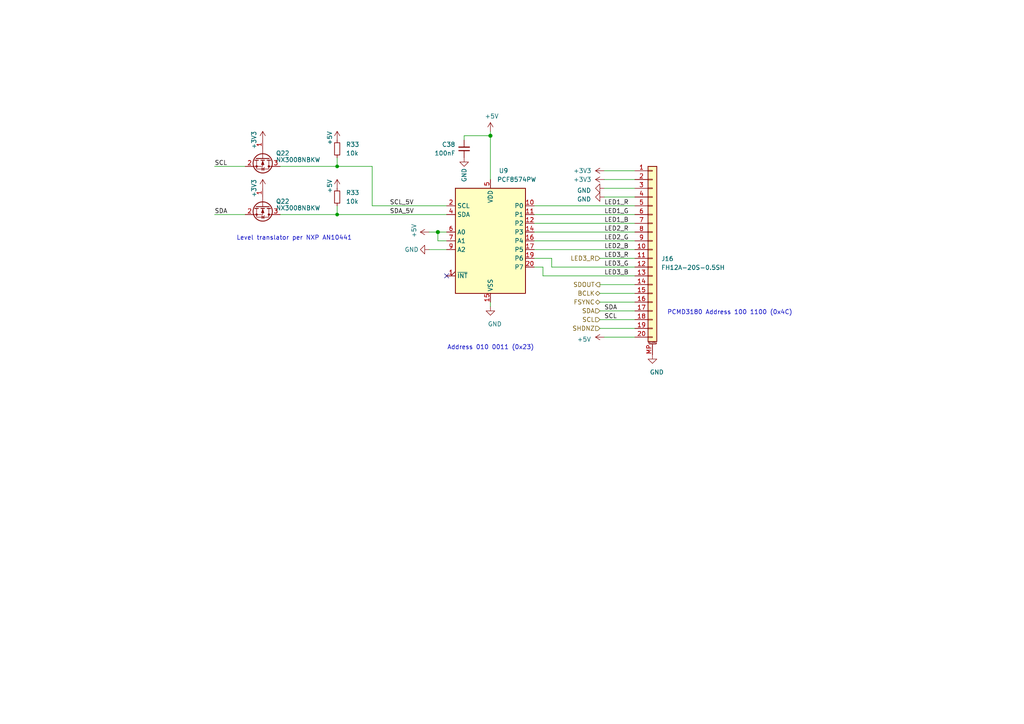
<source format=kicad_sch>
(kicad_sch (version 20230819) (generator eeschema)
  (paper "A4")
  (lib_symbols
    (symbol "Connector_Generic_MountingPin:Conn_01x20_MountingPin" (pin_names (offset 1.016) hide)
      (property "Reference" "J" (at 0 25.4 0))
      (property "Value" "Conn_01x20_MountingPin" (at 1.27 -27.94 0))
      (symbol "Conn_01x20_MountingPin_1_1"
        (rectangle (start -1.27 -25.273) (end 0 -25.527) (stroke (width 0.1524)))
        (rectangle (start -1.27 -22.733) (end 0 -22.987) (stroke (width 0.1524)))
        (rectangle (start -1.27 -20.193) (end 0 -20.447) (stroke (width 0.1524)))
        (rectangle (start -1.27 -17.653) (end 0 -17.907) (stroke (width 0.1524)))
        (rectangle (start -1.27 -15.113) (end 0 -15.367) (stroke (width 0.1524)))
        (rectangle (start -1.27 -12.573) (end 0 -12.827) (stroke (width 0.1524)))
        (rectangle (start -1.27 -10.033) (end 0 -10.287) (stroke (width 0.1524)))
        (rectangle (start -1.27 -7.493) (end 0 -7.747) (stroke (width 0.1524)))
        (rectangle (start -1.27 -4.953) (end 0 -5.207) (stroke (width 0.1524)))
        (rectangle (start -1.27 -2.413) (end 0 -2.667) (stroke (width 0.1524)))
        (rectangle (start -1.27 0.127) (end 0 -0.127) (stroke (width 0.1524)))
        (rectangle (start -1.27 2.667) (end 0 2.413) (stroke (width 0.1524)))
        (rectangle (start -1.27 5.207) (end 0 4.953) (stroke (width 0.1524)))
        (rectangle (start -1.27 7.747) (end 0 7.493) (stroke (width 0.1524)))
        (rectangle (start -1.27 10.287) (end 0 10.033) (stroke (width 0.1524)))
        (rectangle (start -1.27 12.827) (end 0 12.573) (stroke (width 0.1524)))
        (rectangle (start -1.27 15.367) (end 0 15.113) (stroke (width 0.1524)))
        (rectangle (start -1.27 17.907) (end 0 17.653) (stroke (width 0.1524)))
        (rectangle (start -1.27 20.447) (end 0 20.193) (stroke (width 0.1524)))
        (rectangle (start -1.27 22.987) (end 0 22.733) (stroke (width 0.1524)))
        (rectangle (start -1.27 24.13) (end 1.27 -26.67) (stroke (width 0.254)) (fill (type background)))
        (polyline (pts (xy -1.016 -27.432) (xy 1.016 -27.432)) (stroke (width 0.1524)))
        (text "Mounting" (at 0 -27.051 0) (effects (font (size 0.381 0.381))))
        (pin passive line (at -5.08 22.86 0) (length 3.81) (name "Pin_1") (number "1"))
        (pin passive line (at -5.08 0 0) (length 3.81) (name "Pin_10") (number "10"))
        (pin passive line (at -5.08 -2.54 0) (length 3.81) (name "Pin_11") (number "11"))
        (pin passive line (at -5.08 -5.08 0) (length 3.81) (name "Pin_12") (number "12"))
        (pin passive line (at -5.08 -7.62 0) (length 3.81) (name "Pin_13") (number "13"))
        (pin passive line (at -5.08 -10.16 0) (length 3.81) (name "Pin_14") (number "14"))
        (pin passive line (at -5.08 -12.7 0) (length 3.81) (name "Pin_15") (number "15"))
        (pin passive line (at -5.08 -15.24 0) (length 3.81) (name "Pin_16") (number "16"))
        (pin passive line (at -5.08 -17.78 0) (length 3.81) (name "Pin_17") (number "17"))
        (pin passive line (at -5.08 -20.32 0) (length 3.81) (name "Pin_18") (number "18"))
        (pin passive line (at -5.08 -22.86 0) (length 3.81) (name "Pin_19") (number "19"))
        (pin passive line (at -5.08 20.32 0) (length 3.81) (name "Pin_2") (number "2"))
        (pin passive line (at -5.08 -25.4 0) (length 3.81) (name "Pin_20") (number "20"))
        (pin passive line (at -5.08 17.78 0) (length 3.81) (name "Pin_3") (number "3"))
        (pin passive line (at -5.08 15.24 0) (length 3.81) (name "Pin_4") (number "4"))
        (pin passive line (at -5.08 12.7 0) (length 3.81) (name "Pin_5") (number "5"))
        (pin passive line (at -5.08 10.16 0) (length 3.81) (name "Pin_6") (number "6"))
        (pin passive line (at -5.08 7.62 0) (length 3.81) (name "Pin_7") (number "7"))
        (pin passive line (at -5.08 5.08 0) (length 3.81) (name "Pin_8") (number "8"))
        (pin passive line (at -5.08 2.54 0) (length 3.81) (name "Pin_9") (number "9"))
        (pin passive line (at 0 -30.48 90) (length 3.048) (name "MountPin") (number "MP"))
      )
    )
    (symbol "Device:C_Small" (pin_numbers hide) (pin_names (offset 0.254) hide)
      (property "Reference" "C" (at 0.254 1.778 0))
      (property "Value" "C_Small" (at 0.254 -2.032 0))
      (symbol "C_Small_0_1"
        (polyline (pts (xy -1.524 -0.508) (xy 1.524 -0.508)) (stroke (width 0.3302)))
        (polyline (pts (xy -1.524 0.508) (xy 1.524 0.508)) (stroke (width 0.3048)))
      )
      (symbol "C_Small_1_1"
        (pin passive line (at 0 2.54 270) (length 2.032) (name "~") (number "1"))
        (pin passive line (at 0 -2.54 90) (length 2.032) (name "~") (number "2"))
      )
    )
    (symbol "Device:Q_NMOS_GSD" (pin_names (offset 0) hide)
      (property "Reference" "Q" (at 5.08 1.27 0))
      (property "Value" "Q_NMOS_GSD" (at 5.08 -1.27 0))
      (symbol "Q_NMOS_GSD_0_1"
        (polyline (pts (xy 0.254 0) (xy -2.54 0)))
        (polyline (pts (xy 0.254 1.905) (xy 0.254 -1.905)) (stroke (width 0.254)))
        (polyline (pts (xy 0.762 -1.27) (xy 0.762 -2.286)) (stroke (width 0.254)))
        (polyline (pts (xy 0.762 0.508) (xy 0.762 -0.508)) (stroke (width 0.254)))
        (polyline (pts (xy 0.762 2.286) (xy 0.762 1.27)) (stroke (width 0.254)))
        (polyline (pts (xy 2.54 2.54) (xy 2.54 1.778)))
        (polyline (pts (xy 2.54 -2.54) (xy 2.54 0) (xy 0.762 0)))
        (polyline (pts (xy 0.762 -1.778) (xy 3.302 -1.778) (xy 3.302 1.778) (xy 0.762 1.778)))
        (polyline (pts (xy 1.016 0) (xy 2.032 0.381) (xy 2.032 -0.381) (xy 1.016 0)) (fill (type outline)))
        (polyline (pts (xy 2.794 0.508) (xy 2.921 0.381) (xy 3.683 0.381) (xy 3.81 0.254)))
        (polyline (pts (xy 3.302 0.381) (xy 2.921 -0.254) (xy 3.683 -0.254) (xy 3.302 0.381)))
        (circle (center 1.651 0) (radius 2.794) (stroke (width 0.254)))
        (circle (center 2.54 -1.778) (radius 0.254) (fill (type outline)))
        (circle (center 2.54 1.778) (radius 0.254) (fill (type outline)))
      )
      (symbol "Q_NMOS_GSD_1_1"
        (pin input line (at -5.08 0 0) (length 2.54) (name "G") (number "1"))
        (pin passive line (at 2.54 -5.08 90) (length 2.54) (name "S") (number "2"))
        (pin passive line (at 2.54 5.08 270) (length 2.54) (name "D") (number "3"))
      )
    )
    (symbol "Device:R_Small" (pin_numbers hide) (pin_names (offset 0.254) hide)
      (property "Reference" "R" (at 0.762 0.508 0))
      (property "Value" "R_Small" (at 0.762 -1.016 0))
      (symbol "R_Small_0_1"
        (rectangle (start -0.762 1.778) (end 0.762 -1.778) (stroke (width 0.2032)))
      )
      (symbol "R_Small_1_1"
        (pin passive line (at 0 2.54 270) (length 0.762) (name "~") (number "1"))
        (pin passive line (at 0 -2.54 90) (length 0.762) (name "~") (number "2"))
      )
    )
    (symbol "Interface_Expansion:PCF8574TS"
      (property "Reference" "U" (at -8.89 16.51 0))
      (property "Value" "PCF8574TS" (at 3.81 16.51 0))
      (symbol "PCF8574TS_0_1"
        (rectangle (start -10.16 15.24) (end 10.16 -15.24) (stroke (width 0.254)) (fill (type background)))
      )
      (symbol "PCF8574TS_1_1"
        (pin open_collector output_low (at -12.7 -10.16 0) (length 2.54) (name "~{INT}") (number "1"))
        (pin bidirectional line (at 12.7 10.16 180) (length 2.54) (name "P0") (number "10"))
        (pin bidirectional line (at 12.7 7.62 180) (length 2.54) (name "P1") (number "11"))
        (pin bidirectional line (at 12.7 5.08 180) (length 2.54) (name "P2") (number "12"))
        (pin no_connect line (at -10.16 -5.08 0) (length 2.54) hide (name "NC") (number "13"))
        (pin bidirectional line (at 12.7 2.54 180) (length 2.54) (name "P3") (number "14"))
        (pin power_in line (at 0 -17.78 90) (length 2.54) (name "VSS") (number "15"))
        (pin bidirectional line (at 12.7 0 180) (length 2.54) (name "P4") (number "16"))
        (pin bidirectional line (at 12.7 -2.54 180) (length 2.54) (name "P5") (number "17"))
        (pin no_connect line (at -10.16 -7.62 0) (length 2.54) hide (name "NC") (number "18"))
        (pin bidirectional line (at 12.7 -5.08 180) (length 2.54) (name "P6") (number "19"))
        (pin input line (at -12.7 10.16 0) (length 2.54) (name "SCL") (number "2"))
        (pin bidirectional line (at 12.7 -7.62 180) (length 2.54) (name "P7") (number "20"))
        (pin no_connect line (at 10.16 -10.16 180) (length 2.54) hide (name "NC") (number "3"))
        (pin bidirectional line (at -12.7 7.62 0) (length 2.54) (name "SDA") (number "4"))
        (pin power_in line (at 0 17.78 270) (length 2.54) (name "VDD") (number "5"))
        (pin input line (at -12.7 2.54 0) (length 2.54) (name "A0") (number "6"))
        (pin input line (at -12.7 0 0) (length 2.54) (name "A1") (number "7"))
        (pin no_connect line (at 10.16 -12.7 180) (length 2.54) hide (name "NC") (number "8"))
        (pin input line (at -12.7 -2.54 0) (length 2.54) (name "A2") (number "9"))
      )
    )
    (symbol "power:+3V3" (power) (pin_names (offset 0))
      (property "Value" "+3V3" (at 0 3.556 0))
      (symbol "+3V3_0_1"
        (polyline (pts (xy -0.762 1.27) (xy 0 2.54)))
        (polyline (pts (xy 0 0) (xy 0 2.54)))
        (polyline (pts (xy 0 2.54) (xy 0.762 1.27)))
      )
      (symbol "+3V3_1_1"
        (pin power_in line (at 0 0 90) (length 0) hide (name "+3V3") (number "1"))
      )
    )
    (symbol "power:+5V" (power) (pin_names (offset 0))
      (property "Value" "+5V" (at 0 3.556 0))
      (symbol "+5V_0_1"
        (polyline (pts (xy -0.762 1.27) (xy 0 2.54)))
        (polyline (pts (xy 0 0) (xy 0 2.54)))
        (polyline (pts (xy 0 2.54) (xy 0.762 1.27)))
      )
      (symbol "+5V_1_1"
        (pin power_in line (at 0 0 90) (length 0) hide (name "+5V") (number "1"))
      )
    )
    (symbol "power:GND" (power) (pin_names (offset 0))
      (property "Value" "GND" (at 0 -3.81 0))
      (symbol "GND_0_1"
        (polyline (pts (xy 0 0) (xy 0 -1.27) (xy 1.27 -1.27) (xy 0 -2.54) (xy -1.27 -1.27) (xy 0 -1.27)))
      )
      (symbol "GND_1_1"
        (pin power_in line (at 0 0 270) (length 0) hide (name "GND") (number "1"))
      )
    )
  )
  (junction (at 97.79 48.26))
  (junction (at 97.79 62.23))
  (junction (at 127 67.31) (diameter 1.016))
  (junction (at 142.24 39.37) (diameter 1.016))
  (no_connect (at 129.54 80.01))
  (wire (pts (xy 62.23 62.23) (xy 71.12 62.23)))
  (wire (pts (xy 173.99 82.55) (xy 184.15 82.55)))
  (wire (pts (xy 142.24 38.1) (xy 142.24 39.37)))
  (wire (pts (xy 142.24 39.37) (xy 142.24 52.07)))
  (wire (pts (xy 173.99 74.93) (xy 184.15 74.93)))
  (wire (pts (xy 134.62 39.37) (xy 142.24 39.37)))
  (wire (pts (xy 134.62 40.64) (xy 134.62 39.37)))
  (wire (pts (xy 97.79 62.23) (xy 129.54 62.23)))
  (wire (pts (xy 154.94 72.39) (xy 184.15 72.39)))
  (wire (pts (xy 175.26 57.15) (xy 184.15 57.15)))
  (wire (pts (xy 154.94 62.23) (xy 184.15 62.23)))
  (wire (pts (xy 142.24 87.63) (xy 142.24 88.9)))
  (wire (pts (xy 154.94 74.93) (xy 160.02 74.93)))
  (wire (pts (xy 160.02 77.47) (xy 160.02 74.93)))
  (wire (pts (xy 97.79 48.26) (xy 107.95 48.26)))
  (wire (pts (xy 175.26 52.07) (xy 184.15 52.07)))
  (wire (pts (xy 124.46 72.39) (xy 129.54 72.39)))
  (wire (pts (xy 154.94 59.69) (xy 184.15 59.69)))
  (wire (pts (xy 154.94 67.31) (xy 184.15 67.31)))
  (wire (pts (xy 154.94 64.77) (xy 184.15 64.77)))
  (wire (pts (xy 81.28 62.23) (xy 97.79 62.23)))
  (wire (pts (xy 107.95 59.69) (xy 129.54 59.69)))
  (wire (pts (xy 97.79 62.23) (xy 97.79 59.69)))
  (wire (pts (xy 160.02 77.47) (xy 184.15 77.47)))
  (wire (pts (xy 124.46 67.31) (xy 127 67.31)))
  (wire (pts (xy 173.99 87.63) (xy 184.15 87.63)))
  (wire (pts (xy 173.99 95.25) (xy 184.15 95.25)))
  (wire (pts (xy 175.26 49.53) (xy 184.15 49.53)))
  (wire (pts (xy 97.79 48.26) (xy 97.79 45.72)))
  (wire (pts (xy 175.26 97.79) (xy 184.15 97.79)))
  (wire (pts (xy 62.23 48.26) (xy 71.12 48.26)))
  (wire (pts (xy 81.28 48.26) (xy 97.79 48.26)))
  (wire (pts (xy 154.94 77.47) (xy 157.48 77.47)))
  (wire (pts (xy 157.48 80.01) (xy 157.48 77.47)))
  (wire (pts (xy 154.94 69.85) (xy 184.15 69.85)))
  (wire (pts (xy 157.48 80.01) (xy 184.15 80.01)))
  (wire (pts (xy 173.99 85.09) (xy 184.15 85.09)))
  (wire (pts (xy 173.99 90.17) (xy 184.15 90.17)))
  (wire (pts (xy 173.99 92.71) (xy 184.15 92.71)))
  (wire (pts (xy 107.95 48.26) (xy 107.95 59.69)))
  (wire (pts (xy 127 67.31) (xy 127 69.85)))
  (wire (pts (xy 127 69.85) (xy 129.54 69.85)))
  (wire (pts (xy 129.54 67.31) (xy 127 67.31)))
  (wire (pts (xy 175.26 54.61) (xy 184.15 54.61)))
  (text "Level translator per NXP AN10441" (at 68.58 69.85 0) (effects (font (size 1.27 1.27)) (justify left bottom)))
  (text "PCMD3180 Address 100 1100 (0x4C)" (at 229.87 91.44 0) (effects (font (size 1.27 1.27)) (justify right bottom)))
  (text "Address 010 0011 (0x23)" (at 154.94 101.6 0) (effects (font (size 1.27 1.27)) (justify right bottom)))
  (label "LED3_B" (at 175.26 80.01 0))
  (label "LED2_G" (at 175.26 69.85 0))
  (label "SCL_5V" (at 113.03 59.69 0))
  (label "SDA" (at 175.26 90.17 0))
  (label "LED1_B" (at 175.26 64.77 0))
  (label "LED2_R" (at 175.26 67.31 0))
  (label "LED2_B" (at 175.26 72.39 0))
  (label "SDA_5V" (at 113.03 62.23 0))
  (label "LED3_G" (at 175.26 77.47 0))
  (label "SDA" (at 62.23 62.23 0))
  (label "LED1_G" (at 175.26 62.23 0))
  (label "SCL" (at 62.23 48.26 0))
  (label "LED3_R" (at 175.26 74.93 0))
  (label "LED1_R" (at 175.26 59.69 0))
  (label "SCL" (at 175.26 92.71 0))
  (hierarchical_label "BCLK" (shape bidirectional) (at 173.99 85.09 180))
  (hierarchical_label "SDOUT" (shape output) (at 173.99 82.55 180))
  (hierarchical_label "LED3_R" (shape input) (at 173.99 74.93 180))
  (hierarchical_label "SHDNZ" (shape input) (at 173.99 95.25 180))
  (hierarchical_label "SDA" (shape input) (at 173.99 90.17 180))
  (hierarchical_label "SCL" (shape input) (at 173.99 92.71 180))
  (hierarchical_label "FSYNC" (shape bidirectional) (at 173.99 87.63 180))
  (symbol (lib_id "Interface_Expansion:PCF8574TS") (at 142.24 69.85 0) (unit 1)
    (property "Reference" "U9" (at 146.05 49.53 0))
    (property "Value" "PCF8574PW" (at 149.86 52.07 0))
    (property "Footprint" "Package_SO:SSOP-20_4.4x6.5mm_P0.65mm" (effects hide))
    (property "Datasheet" "http://www.nxp.com/documents/data_sheet/PCF8574_PCF8574A.pdf" (effects hide))
    (property "Digikey" "TI" (effects hide))
    (property "MPN" "PCF8574PW " (effects hide))
    (property "Mouser" "595-PCF8574PWG4" (effects hide))
    (property "Manufacturer" "TI" (effects hide))
  )
  (symbol (lib_id "power:+5V") (at 97.79 40.64 0) (unit 1)
    (property "Reference" "#PWR0249" (effects hide))
    (property "Value" "+5V" (at 95.631 40.0558 90))
    (instances (project "bugg-main-r5" (path "" (reference "#PWR0249") (unit 1)) (path "" (reference "#PWR0188") (unit 1))))
  )
  (symbol (lib_id "power:+5V") (at 142.24 38.1 0) (unit 1)
    (property "Reference" "#PWR0249" (effects hide))
    (property "Value" "+5V" (at 142.621 33.7058 0))
    (instances (project "bugg-main-r5" (path "" (reference "#PWR0249") (unit 1)) (path "" (reference "#PWR0193") (unit 1))))
  )
  (symbol (lib_id "power:GND") (at 175.26 57.15 270) (unit 1)
    (property "Reference" "#PWR0198" (effects hide))
    (property "Value" "GND" (at 171.45 57.7849 90) (effects (justify right)))
  )
  (symbol (lib_id "power:+3V3") (at 175.26 49.53 90) (unit 1)
    (property "Reference" "#PWR0195" (effects hide))
    (property "Value" "+3V3" (at 168.91 49.53 90))
  )
  (symbol (lib_id "Device:R_Small") (at 97.79 57.15 0) (unit 1)
    (property "Reference" "R33" (at 100.33 55.88 0) (effects (justify left)))
    (property "Value" "10k" (at 100.33 58.42 0) (effects (justify left)))
    (property "Footprint" "Resistor_SMD:R_0402_1005Metric" (effects hide))
    (instances (project "bugg-main-r5" (path "" (reference "R33") (unit 1)) (path "" (reference "R114") (unit 1))))
  )
  (symbol (lib_id "power:GND") (at 134.62 45.72 0) (unit 1)
    (property "Reference" "#PWR0192" (effects hide))
    (property "Value" "GND" (at 134.62 50.8 90))
  )
  (symbol (lib_id "power:+5V") (at 124.46 67.31 90) (unit 1)
    (property "Reference" "#PWR0249" (effects hide))
    (property "Value" "+5V" (at 120.0658 66.929 0))
    (instances (project "bugg-main-r5" (path "" (reference "#PWR0249") (unit 1)) (path "" (reference "#PWR0190") (unit 1))))
  )
  (symbol (lib_id "Device:Q_NMOS_GSD") (at 76.2 59.69 270) (unit 1)
    (property "Reference" "Q22" (at 80.01 58.42 90) (effects (justify left)))
    (property "Value" "NX3008NBKW" (at 80.01 60.325 90) (effects (justify left)))
    (property "Footprint" "Package_TO_SOT_SMD:SOT-323_SC-70" (effects hide))
    (property "Digikey" "1727-1280-6-ND" (effects hide))
    (property "MPN" "NX3008NBKW" (effects hide))
    (property "Mouser" "771-NX3008NBKW,115" (effects hide))
    (property "Manufacturer" "Nexperia" (effects hide))
    (instances (project "bugg-main-r5" (path "" (reference "Q22") (unit 1)) (path "" (reference "Q28") (unit 1))))
  )
  (symbol (lib_id "Device:R_Small") (at 97.79 43.18 0) (unit 1)
    (property "Reference" "R33" (at 100.33 41.91 0) (effects (justify left)))
    (property "Value" "10k" (at 100.33 44.45 0) (effects (justify left)))
    (property "Footprint" "Resistor_SMD:R_0402_1005Metric" (effects hide))
    (instances (project "bugg-main-r5" (path "" (reference "R33") (unit 1)) (path "" (reference "R113") (unit 1))))
  )
  (symbol (lib_id "power:+5V") (at 175.26 97.79 90) (unit 1)
    (property "Reference" "#PWR0199" (effects hide))
    (property "Value" "+5V" (at 171.45 98.4249 90) (effects (justify left)))
  )
  (symbol (lib_id "power:+3V3") (at 76.2 40.64 0) (unit 1)
    (property "Reference" "#PWR0210" (effects hide))
    (property "Value" "+3V3" (at 73.66 40.64 90))
    (instances (project "bugg-main-r5" (path "" (reference "#PWR0210") (unit 1)) (path "" (reference "#PWR0186") (unit 1))))
  )
  (symbol (lib_id "Device:C_Small") (at 134.62 43.18 0) (mirror x) (unit 1)
    (property "Reference" "C38" (at 132.08 41.91 0) (effects (justify right)))
    (property "Value" "100nF" (at 132.08 44.45 0) (effects (justify right)))
    (property "Footprint" "Capacitor_SMD:C_0402_1005Metric" (effects hide))
    (property "MPN" "GRM155R71H104KE14D " (effects hide))
    (property "Mouser" "81-GRM155R71H104KE4D " (effects hide))
    (property "Manufacturer" "Murata" (effects hide))
    (property "Voltage" "50V" (effects hide))
  )
  (symbol (lib_id "power:GND") (at 142.24 88.9 0) (unit 1)
    (property "Reference" "#PWR0194" (effects hide))
    (property "Value" "GND" (at 143.51 93.98 0))
  )
  (symbol (lib_id "power:+5V") (at 97.79 54.61 0) (unit 1)
    (property "Reference" "#PWR0249" (effects hide))
    (property "Value" "+5V" (at 95.631 54.0258 90))
    (instances (project "bugg-main-r5" (path "" (reference "#PWR0249") (unit 1)) (path "" (reference "#PWR0189") (unit 1))))
  )
  (symbol (lib_id "power:+3V3") (at 175.26 52.07 90) (unit 1)
    (property "Reference" "#PWR0196" (effects hide))
    (property "Value" "+3V3" (at 168.91 52.07 90))
  )
  (symbol (lib_id "power:GND") (at 124.46 72.39 270) (unit 1)
    (property "Reference" "#PWR0191" (effects hide))
    (property "Value" "GND" (at 119.38 72.39 90))
  )
  (symbol (lib_id "power:+3V3") (at 76.2 54.61 0) (unit 1)
    (property "Reference" "#PWR0210" (effects hide))
    (property "Value" "+3V3" (at 73.66 54.61 90))
    (instances (project "bugg-main-r5" (path "" (reference "#PWR0210") (unit 1)) (path "" (reference "#PWR0187") (unit 1))))
  )
  (symbol (lib_id "power:GND") (at 175.26 54.61 270) (unit 1)
    (property "Reference" "#PWR0197" (effects hide))
    (property "Value" "GND" (at 171.45 55.2449 90) (effects (justify right)))
  )
  (symbol (lib_id "power:GND") (at 189.23 102.87 0) (unit 1)
    (property "Reference" "#PWR0200" (effects hide))
    (property "Value" "GND" (at 190.5 107.95 0))
  )
  (symbol (lib_id "Device:Q_NMOS_GSD") (at 76.2 45.72 270) (unit 1)
    (property "Reference" "Q22" (at 80.01 44.45 90) (effects (justify left)))
    (property "Value" "NX3008NBKW" (at 80.01 46.355 90) (effects (justify left)))
    (property "Footprint" "Package_TO_SOT_SMD:SOT-323_SC-70" (effects hide))
    (property "Digikey" "1727-1280-6-ND" (effects hide))
    (property "MPN" "NX3008NBKW" (effects hide))
    (property "Mouser" "771-NX3008NBKW,115" (effects hide))
    (property "Manufacturer" "Nexperia" (effects hide))
    (instances (project "bugg-main-r5" (path "" (reference "Q22") (unit 1)) (path "" (reference "Q27") (unit 1))))
  )
  (symbol (lib_id "Connector_Generic_MountingPin:Conn_01x20_MountingPin") (at 189.23 72.39 0) (unit 1)
    (property "Reference" "J16" (at 191.77 75.0569 0) (effects (justify left)))
    (property "Value" "FH12A-20S-0.5SH" (at 191.77 77.5969 0) (effects (justify left)))
    (property "Footprint" "Connector_FFC-FPC:Hirose_FH12-20S-0.5SH_1x20-1MP_P0.50mm_Horizontal" (effects hide))
    (property "Digikey" "HFK120CT-ND" (effects hide))
    (property "MPN" "FH12A-20S-0.5SH(55)" (effects hide))
    (property "Mouser" "798-FH12A-20S0.5SH55" (effects hide))
    (property "Manufacturer" "Hirose" (effects hide))
  )
)
</source>
